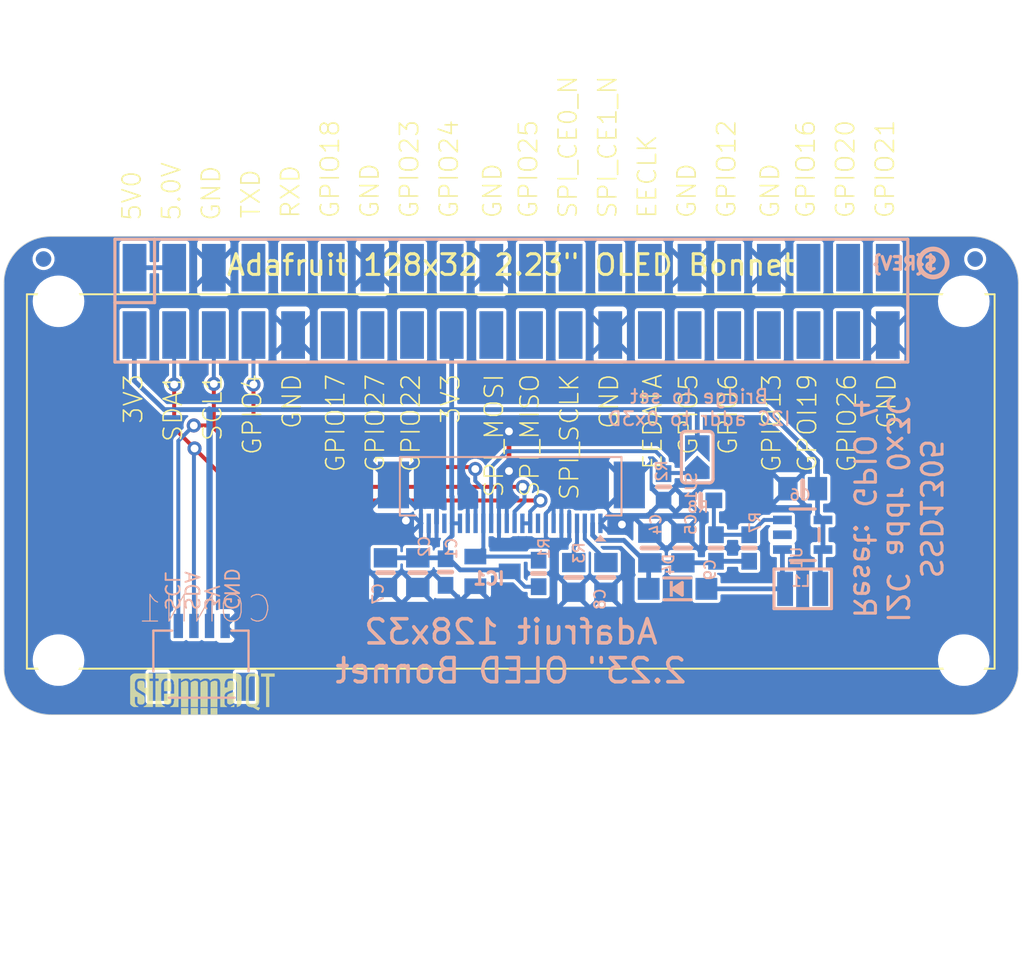
<source format=kicad_pcb>
(kicad_pcb (version 20221018) (generator pcbnew)
  (layers (0 "F.Cu" signal) (31 "B.Cu" signal) (34 "B.Paste" user) (35 "F.Paste" user) (36 "B.SilkS" user "B.Silkscreen") (37 "F.SilkS" user "F.Silkscreen") (38 "B.Mask" user) (39 "F.Mask" user) (44 "Edge.Cuts" user))
  (net 0 "")
  (net 1 "SCL")
  (net 2 "SDA")
  (net 3 "GND")
  (net 4 "RST")
  (net 5 "3.3V")
  (net 6 "5.0V")
  (net 7 "N$12")
  (net 8 "N$5")
  (net 9 "N$8")
  (net 10 "12V")
  (net 11 "N$2")
  (net 12 "SA0")
  (footprint "working:PI_BONNET_SMT" (layer "F.Cu") (at 116.0011 120.3338)
    (fp_text reference "RPI1" hide)
    (fp_text value "RASPBERRYPI_BPLUS_BONNETSMT" hide)
    (fp_text user "SDA1" (at 10.1476 -21.9334 90) (layer "F.SilkS") (effects (font (size 1.1684 1.1684) (thickness 0.1016)) (justify right top)))
    (fp_text user "3V3" (at 7.6076 -21.9334 90) (layer "F.SilkS") (effects (font (size 1.1684 1.1684) (thickness 0.1016)) (justify right top)))
    (fp_text user "GND" (at 49.7716 -31.7378 90) (layer "F.SilkS") (effects (font (size 1.1684 1.1684) (thickness 0.1016)) (justify left bottom)))
    (fp_text user "GPIO6" (at 45.7076 -21.9334 90) (layer "F.SilkS") (effects (font (size 1.1684 1.1684) (thickness 0.1016)) (justify right top)))
    (fp_text user "GND" (at 55.8676 -21.9334 90) (layer "F.SilkS") (effects (font (size 1.1684 1.1684) (thickness 0.1016)) (justify right top)))
    (fp_text user "GPIO25" (at 34.2776 -31.7378 90) (layer "F.SilkS") (effects (font (size 1.1684 1.1684) (thickness 0.1016)) (justify left bottom)))
    (fp_text user "SPI_CE0_N" (at 36.8176 -31.7378 90) (layer "F.SilkS") (effects (font (size 1.1684 1.1684) (thickness 0.1016)) (justify left bottom)))
    (fp_text user "RXD" (at 19.0376 -31.7378 90) (layer "F.SilkS") (effects (font (size 1.1684 1.1684) (thickness 0.1016)) (justify left bottom)))
    (fp_text user "GND" (at 17.7676 -21.9334 90) (layer "F.SilkS") (effects (font (size 1.1684 1.1684) (thickness 0.1016)) (justify right top)))
    (fp_text user "GPIO16" (at 52.0576 -31.7378 90) (layer "F.SilkS") (effects (font (size 1.1684 1.1684) (thickness 0.1016)) (justify left bottom)))
    (fp_text user "GPIO17" (at 20.5616 -21.9334 90) (layer "F.SilkS") (effects (font (size 1.1684 1.1684) (thickness 0.1016)) (justify right top)))
    (fp_text user "GPIO4" (at 15.2276 -21.9334 90) (layer "F.SilkS") (effects (font (size 1.1684 1.1684) (thickness 0.1016)) (justify right top)))
    (fp_text user "SPI_SCLK" (at 35.5476 -21.9334 90) (layer "F.SilkS") (effects (font (size 1.1684 1.1684) (thickness 0.1016)) (justify right top)))
    (fp_text user "GPIO26" (at 53.3276 -21.9334 90) (layer "F.SilkS") (effects (font (size 1.1684 1.1684) (thickness 0.1016)) (justify right top)))
    (fp_text user "GPIO21" (at 57.1376 -31.7378 90) (layer "F.SilkS") (effects (font (size 1.1684 1.1684) (thickness 0.1016)) (justify left bottom)))
    (fp_text user "GPIO27" (at 23.1016 -21.9334 90) (layer "F.SilkS") (effects (font (size 1.1684 1.1684) (thickness 0.1016)) (justify right top)))
    (fp_text user "GPIO18" (at 21.5776 -31.7378 90) (layer "F.SilkS") (effects (font (size 1.1684 1.1684) (thickness 0.1016)) (justify left bottom)))
    (fp_text user "SPI_MISO" (at 33.0076 -21.9334 90) (layer "F.SilkS") (effects (font (size 1.1684 1.1684) (thickness 0.1016)) (justify right top)))
    (fp_text user "GPIO24" (at 29.1976 -31.7378 90) (layer "F.SilkS") (effects (font (size 1.1684 1.1684) (thickness 0.1016)) (justify left bottom)))
    (fp_text user "GND" (at 38.0876 -21.9334 90) (layer "F.SilkS") (effects (font (size 1.1684 1.1684) (thickness 0.1016)) (justify right top)))
    (fp_text user "GND" (at 31.9916 -31.7378 90) (layer "F.SilkS") (effects (font (size 1.1684 1.1684) (thickness 0.1016)) (justify left bottom)))
    (fp_text user "GPIO12" (at 46.9776 -31.7378 90) (layer "F.SilkS") (effects (font (size 1.1684 1.1684) (thickness 0.1016)) (justify left bottom)))
    (fp_text user "5.0V" (at 11.4176 -31.5854 90) (layer "F.SilkS") (effects (font (size 1.1684 1.1684) (thickness 0.1016)) (justify left bottom)))
    (fp_text user "EEDATA" (at 40.8816 -21.9334 90) (layer "F.SilkS") (effects (font (size 1.1684 1.1684) (thickness 0.1016)) (justify right top)))
    (fp_text user "GPOI19" (at 50.7876 -21.9334 90) (layer "F.SilkS") (effects (font (size 1.1684 1.1684) (thickness 0.1016)) (justify right top)))
    (fp_text user "GPIO20" (at 54.5976 -31.7378 90) (layer "F.SilkS") (effects (font (size 1.1684 1.1684) (thickness 0.1016)) (justify left bottom)))
    (fp_text user "EECLK" (at 41.8976 -31.7378 90) (layer "F.SilkS") (effects (font (size 1.1684 1.1684) (thickness 0.1016)) (justify left bottom)))
    (fp_text user "SCL1" (at 12.6876 -21.9334 90) (layer "F.SilkS") (effects (font (size 1.1684 1.1684) (thickness 0.1016)) (justify right top)))
    (fp_text user "GPIO23" (at 26.6576 -31.7378 90) (layer "F.SilkS") (effects (font (size 1.1684 1.1684) (thickness 0.1016)) (justify left bottom)))
    (fp_text user "GPIO13" (at 48.5016 -21.9334 90) (layer "F.SilkS") (effects (font (size 1.1684 1.1684) (thickness 0.1016)) (justify right top)))
    (fp_text user "GND" (at 13.9576 -31.5854 90) (layer "F.SilkS") (effects (font (size 1.1684 1.1684) (thickness 0.1016)) (justify left bottom)))
    (fp_text user "GND" (at 44.4376 -31.7378 90) (layer "F.SilkS") (effects (font (size 1.1684 1.1684) (thickness 0.1016)) (justify left bottom)))
    (fp_text user "SPI_CE1_N" (at 39.3576 -31.7378 90) (layer "F.SilkS") (effects (font (size 1.1684 1.1684) (thickness 0.1016)) (justify left bottom)))
    (fp_text user "5V0" (at 8.8776 -31.5854 90) (layer "F.SilkS") (effects (font (size 1.1684 1.1684) (thickness 0.1016)) (justify left bottom)))
    (fp_text user "TXD" (at 16.4976 -31.7378 90) (layer "F.SilkS") (effects (font (size 1.1684 1.1684) (thickness 0.1016)) (justify left bottom)))
    (fp_text user "3V3" (at 27.9276 -21.9334 90) (layer "F.SilkS") (effects (font (size 1.1684 1.1684) (thickness 0.1016)) (justify right top)))
    (fp_text user "GPIO22" (at 25.3876 -21.9334 90) (layer "F.SilkS") (effects (font (size 1.1684 1.1684) (thickness 0.1016)) (justify right top)))
    (fp_text user "SPI_MOSI" (at 30.7216 -21.9334 90) (layer "F.SilkS") (effects (font (size 1.1684 1.1684) (thickness 0.1016)) (justify right top)))
    (fp_text user "GND" (at 24.1176 -31.7378 90) (layer "F.SilkS") (effects (font (size 1.1684 1.1684) (thickness 0.1016)) (justify left bottom)))
    (fp_text user "GPIO5" (at 43.1676 -21.9334 90) (layer "F.SilkS") (effects (font (size 1.1684 1.1684) (thickness 0.1016)) (justify right top)))
    (fp_line (start 0 -27.6604) (end 0 -3) (stroke (width 0.05)) (layer "Edge.Cuts"))
    (fp_line (start 3 0) (end 62 0) (stroke (width 0.05)) (layer "Edge.Cuts"))
    (fp_line (start 62 -30.6604) (end 3 -30.6604) (stroke (width 0.05)) (layer "Edge.Cuts"))
    (fp_line (start 65 -3) (end 65 -27.6604) (stroke (width 0.05)) (layer "Edge.Cuts"))
    (fp_arc (start 0 -27.6604) (mid 0.87868 -29.78172) (end 3 -30.6604) (stroke (width 0.05)) (layer "Edge.Cuts"))
    (fp_arc (start 3 0) (mid 0.87868 -0.87868) (end 0 -3) (stroke (width 0.05)) (layer "Edge.Cuts"))
    (fp_arc (start 62 -30.6604) (mid 64.12132 -29.78172) (end 65 -27.6604) (stroke (width 0.05)) (layer "Edge.Cuts"))
    (fp_arc (start 65 -3) (mid 64.12132 -0.87868) (end 62 0) (stroke (width 0.05)) (layer "Edge.Cuts"))
    (pad "" np_thru_hole circle (at 3.5 -26.5) (size 2.8 2.8) (drill 2.8) (layers "*.Cu" "*.Mask"))
    (pad "" np_thru_hole circle (at 3.5 -3.5) (size 2.8 2.8) (drill 2.8) (layers "*.Cu" "*.Mask"))
    (pad "" np_thru_hole circle (at 61.5 -26.5) (size 2.8 2.8) (drill 2.8) (layers "*.Cu" "*.Mask"))
    (pad "" np_thru_hole circle (at 61.5 -3.5) (size 2.8 2.8) (drill 2.8) (layers "*.Cu" "*.Mask"))
    (pad "1" smd rect (at 8.3696 -24.3394 270) (size 3.048 1.524) (layers "B.Cu" "B.Paste" "B.Mask") (net 5 "3.3V"))
    (pad "2" smd rect (at 8.3696 -28.6574 270) (size 3.048 1.524) (layers "B.Cu" "B.Paste" "B.Mask") (net 6 "5.0V"))
    (pad "3" smd rect (at 10.9096 -24.3394 90) (size 3.048 1.524) (layers "B.Cu" "B.Paste" "B.Mask") (net 2 "SDA"))
    (pad "4" smd rect (at 10.9096 -28.6574 270) (size 3.048 1.524) (layers "B.Cu" "B.Paste" "B.Mask") (net 6 "5.0V"))
    (pad "5" smd rect (at 13.4496 -24.3394 90) (size 3.048 1.524) (layers "B.Cu" "B.Paste" "B.Mask") (net 1 "SCL"))
    (pad "6" smd rect (at 13.4496 -28.6574 270) (size 3.048 1.524) (layers "B.Cu" "B.Paste" "B.Mask") (net 3 "GND"))
    (pad "7" smd rect (at 15.9896 -24.3394 90) (size 3.048 1.524) (layers "B.Cu" "B.Paste" "B.Mask") (net 4 "RST"))
    (pad "8" smd rect (at 15.9896 -28.6574 270) (size 3.048 1.524) (layers "B.Cu" "B.Paste" "B.Mask"))
    (pad "9" smd rect (at 18.5296 -24.3394 90) (size 3.048 1.524) (layers "B.Cu" "B.Paste" "B.Mask") (net 3 "GND"))
    (pad "10" smd rect (at 18.5296 -28.6574 270) (size 3.048 1.524) (layers "B.Cu" "B.Paste" "B.Mask"))
    (pad "11" smd rect (at 21.0696 -24.3394 90) (size 3.048 1.524) (layers "B.Cu" "B.Paste" "B.Mask"))
    (pad "12" smd rect (at 21.0696 -28.6574 270) (size 3.048 1.524) (layers "B.Cu" "B.Paste" "B.Mask"))
    (pad "13" smd rect (at 23.6096 -24.3394 90) (size 3.048 1.524) (layers "B.Cu" "B.Paste" "B.Mask"))
    (pad "14" smd rect (at 23.6096 -28.6574 270) (size 3.048 1.524) (layers "B.Cu" "B.Paste" "B.Mask") (net 3 "GND"))
    (pad "15" smd rect (at 26.1496 -24.3394 90) (size 3.048 1.524) (layers "B.Cu" "B.Paste" "B.Mask"))
    (pad "16" smd rect (at 26.1496 -28.6574 270) (size 3.048 1.524) (layers "B.Cu" "B.Paste" "B.Mask"))
    (pad "17" smd rect (at 28.6896 -24.3394 90) (size 3.048 1.524) (layers "B.Cu" "B.Paste" "B.Mask") (net 5 "3.3V"))
    (pad "18" smd rect (at 28.6896 -28.6574 270) (size 3.048 1.524) (layers "B.Cu" "B.Paste" "B.Mask"))
    (pad "19" smd rect (at 31.2296 -24.3394 90) (size 3.048 1.524) (layers "B.Cu" "B.Paste" "B.Mask"))
    (pad "20" smd rect (at 31.2296 -28.6574 270) (size 3.048 1.524) (layers "B.Cu" "B.Paste" "B.Mask") (net 3 "GND"))
    (pad "21" smd rect (at 33.7696 -24.3394 90) (size 3.048 1.524) (layers "B.Cu" "B.Paste" "B.Mask"))
    (pad "22" smd rect (at 33.7696 -28.6574 270) (size 3.048 1.524) (layers "B.Cu" "B.Paste" "B.Mask"))
    (pad "23" smd rect (at 36.3096 -24.3394 90) (size 3.048 1.524) (layers "B.Cu" "B.Paste" "B.Mask"))
    (pad "24" smd rect (at 36.3096 -28.6574 270) (size 3.048 1.524) (layers "B.Cu" "B.Paste" "B.Mask"))
    (pad "25" smd rect (at 38.8496 -24.3394 90) (size 3.048 1.524) (layers "B.Cu" "B.Paste" "B.Mask") (net 3 "GND"))
    (pad "26" smd rect (at 38.8496 -28.6574 270) (size 3.048 1.524) (layers "B.Cu" "B.Paste" "B.Mask"))
    (pad "27" smd rect (at 41.3896 -24.3394 90) (size 3.048 1.524) (layers "B.Cu" "B.Paste" "B.Mask"))
    (pad "28" smd rect (at 41.3896 -28.6574 270) (size 3.048 1.524) (layers "B.Cu" "B.Paste" "B.Mask"))
    (pad "29" smd rect (at 43.9296 -24.3394 90) (size 3.048 1.524) (layers "B.Cu" "B.Paste" "B.Mask"))
    (pad "30" smd rect (at 43.9296 -28.6574 270) (size 3.048 1.524) (layers "B.Cu" "B.Paste" "B.Mask") (net 3 "GND"))
    (pad "31" smd rect (at 46.4696 -24.3394 90) (size 3.048 1.524) (layers "B.Cu" "B.Paste" "B.Mask"))
    (pad "32" smd rect (at 46.4696 -28.6574 270) (size 3.048 1.524) (layers "B.Cu" "B.Paste" "B.Mask"))
    (pad "33" smd rect (at 49.0096 -24.3394 90) (size 3.048 1.524) (layers "B.Cu" "B.Paste" "B.Mask"))
    (pad "34" smd rect (at 49.0096 -28.6574 270) (size 3.048 1.524) (layers "B.Cu" "B.Paste" "B.Mask") (net 3 "GND"))
    (pad "35" smd rect (at 51.5496 -24.3394 90) (size 3.048 1.524) (layers "B.Cu" "B.Paste" "B.Mask"))
    (pad "36" smd rect (at 51.5496 -28.6574 270) (size 3.048 1.524) (layers "B.Cu" "B.Paste" "B.Mask"))
    (pad "37" smd rect (at 54.0896 -24.3394 90) (size 3.048 1.524) (layers "B.Cu" "B.Paste" "B.Mask"))
    (pad "38" smd rect (at 54.0896 -28.6574 270) (size 3.048 1.524) (layers "B.Cu" "B.Paste" "B.Mask"))
    (pad "39" smd rect (at 56.6296 -24.3394 90) (size 3.048 1.524) (layers "B.Cu" "B.Paste" "B.Mask") (net 3 "GND"))
    (pad "40" smd rect (at 56.6296 -28.6574 270) (size 3.048 1.524) (layers "B.Cu" "B.Paste" "B.Mask"))
    (pad "41" smd roundrect (at 2.54 -29.21 180) (size 1 1) (layers "B.Cu" "B.Mask") (roundrect_rratio 0.5))
    (pad "42" smd roundrect (at 62.23 -29.21 180) (size 1 1) (layers "B.Cu" "B.Mask") (roundrect_rratio 0.5))
  )
  (footprint "working:STEMMAQT" (layer "F.Cu") (at 124.1037 120.3338)
    (fp_text reference "U$11" hide)
    (fp_text value "" hide)
  )
  (footprint "working:2.23OLED_BOTTOM_CONTACT" (layer "F.Cu") (at 148.4757 105.5818)
    (fp_text reference "U$33" hide)
    (fp_text value "2.23_INCH_OLEDBOTTOM_CONTACT_24_PIN_OLED")
    (pad "1" smd rect (at -5.755 2.484 180) (size 0.275 1.25) (layers "B.Cu" "B.Paste" "B.Mask") (net 3 "GND"))
    (pad "2" smd rect (at -5.255 2.484 180) (size 0.275 1.25) (layers "B.Cu" "B.Paste" "B.Mask") (net 3 "GND"))
    (pad "3" smd rect (at -4.755 2.484 180) (size 0.275 1.25) (layers "B.Cu" "B.Paste" "B.Mask") (net 3 "GND"))
    (pad "4" smd rect (at -4.255 2.484 180) (size 0.275 1.25) (layers "B.Cu" "B.Paste" "B.Mask"))
    (pad "5" smd rect (at -3.755 2.484 180) (size 0.275 1.25) (layers "B.Cu" "B.Paste" "B.Mask") (net 5 "3.3V"))
    (pad "6" smd rect (at -3.255 2.484 180) (size 0.275 1.25) (layers "B.Cu" "B.Paste" "B.Mask") (net 5 "3.3V"))
    (pad "7" smd rect (at -2.755 2.484 180) (size 0.275 1.25) (layers "B.Cu" "B.Paste" "B.Mask") (net 3 "GND"))
    (pad "8" smd rect (at -2.255 2.484 180) (size 0.275 1.25) (layers "B.Cu" "B.Paste" "B.Mask") (net 3 "GND"))
    (pad "9" smd rect (at -1.755 2.484 180) (size 0.275 1.25) (layers "B.Cu" "B.Paste" "B.Mask") (net 4 "RST"))
    (pad "10" smd rect (at -1.255 2.484 180) (size 0.275 1.25) (layers "B.Cu" "B.Paste" "B.Mask") (net 12 "SA0"))
    (pad "11" smd rect (at -0.755 2.484 180) (size 0.275 1.25) (layers "B.Cu" "B.Paste" "B.Mask") (net 3 "GND"))
    (pad "12" smd rect (at -0.255 2.484 180) (size 0.275 1.25) (layers "B.Cu" "B.Paste" "B.Mask") (net 3 "GND"))
    (pad "13" smd rect (at 0.245 2.484 180) (size 0.275 1.25) (layers "B.Cu" "B.Paste" "B.Mask") (net 1 "SCL"))
    (pad "14" smd rect (at 0.745 2.484 180) (size 0.275 1.25) (layers "B.Cu" "B.Paste" "B.Mask") (net 2 "SDA"))
    (pad "15" smd rect (at 1.245 2.484 180) (size 0.275 1.25) (layers "B.Cu" "B.Paste" "B.Mask") (net 2 "SDA"))
    (pad "16" smd rect (at 1.745 2.484 180) (size 0.275 1.25) (layers "B.Cu" "B.Paste" "B.Mask") (net 3 "GND"))
    (pad "17" smd rect (at 2.245 2.484 180) (size 0.275 1.25) (layers "B.Cu" "B.Paste" "B.Mask") (net 3 "GND"))
    (pad "18" smd rect (at 2.745 2.484 180) (size 0.275 1.25) (layers "B.Cu" "B.Paste" "B.Mask") (net 3 "GND"))
    (pad "19" smd rect (at 3.245 2.484 180) (size 0.275 1.25) (layers "B.Cu" "B.Paste" "B.Mask") (net 3 "GND"))
    (pad "20" smd rect (at 3.745 2.484 180) (size 0.275 1.25) (layers "B.Cu" "B.Paste" "B.Mask") (net 3 "GND"))
    (pad "21" smd rect (at 4.245 2.484 180) (size 0.275 1.25) (layers "B.Cu" "B.Paste" "B.Mask") (net 11 "N$2"))
    (pad "22" smd rect (at 4.745 2.484 180) (size 0.275 1.25) (layers "B.Cu" "B.Paste" "B.Mask") (net 7 "N$12"))
    (pad "23" smd rect (at 5.245 2.484 180) (size 0.275 1.25) (layers "B.Cu" "B.Paste" "B.Mask") (net 10 "12V"))
    (pad "24" smd rect (at 5.745 2.484 180) (size 0.275 1.25) (layers "B.Cu" "B.Paste" "B.Mask") (net 3 "GND"))
    (pad "SPRT1" smd rect (at 7.595 0.024 270) (size 3 2) (layers "B.Cu" "B.Paste" "B.Mask") (net 3 "GND"))
    (pad "SPRT2" smd rect (at -7.515 0.024 270) (size 3 2) (layers "B.Cu" "B.Paste" "B.Mask") (net 3 "GND"))
  )
  (footprint "working:0603-NO" (layer "B.Cu") (at 161.625968 109.6475 90)
    (fp_text reference "C9" (at -0.635 -0.381 90) (layer "B.SilkS") (effects (font (size 0.692831 0.692831) (thickness 0.119969)) (justify left mirror)))
    (fp_text value "0.1uF")
    (pad "1" smd rect (at -0.85 0 90) (size 1.075 1) (layers "B.Cu" "B.Paste" "B.Mask") (net 10 "12V"))
    (pad "2" smd rect (at 0.85 0 90) (size 1.075 1) (layers "B.Cu" "B.Paste" "B.Mask") (net 9 "N$8"))
  )
  (footprint "working:0805-NO" (layer "B.Cu") (at 154.5737 111.5328 90)
    (fp_text reference "C8" (at -0.635 -0.381 90) (layer "B.SilkS") (effects (font (size 0.692831 0.692831) (thickness 0.119969)) (justify left mirror)))
    (fp_text value "10uF")
    (pad "1" smd rect (at -0.95 0 90) (size 1.24 1.5) (layers "B.Cu" "B.Paste" "B.Mask") (net 3 "GND"))
    (pad "2" smd rect (at 0.95 0 90) (size 1.24 1.5) (layers "B.Cu" "B.Paste" "B.Mask") (net 7 "N$12"))
  )
  (footprint "working:0805-NO" (layer "B.Cu") (at 142.5187 111.2278 -90)
    (fp_text reference "C2" (at -0.927 -0.419 -270) (layer "B.SilkS") (effects (font (size 0.692831 0.692831) (thickness 0.119969)) (justify right mirror)))
    (fp_text value "10uF")
    (pad "1" smd rect (at -0.95 0 270) (size 1.24 1.5) (layers "B.Cu" "B.Paste" "B.Mask") (net 5 "3.3V"))
    (pad "2" smd rect (at 0.95 0 270) (size 1.24 1.5) (layers "B.Cu" "B.Paste" "B.Mask") (net 3 "GND"))
  )
  (footprint "working:0603-NO" (layer "B.Cu") (at 158.2667 105.7288 90)
    (fp_text reference "R2" (at 1.778 -0.127 90) (layer "B.SilkS") (effects (font (size 0.692831 0.692831) (thickness 0.119969)) (justify left mirror)))
    (fp_text value "10K")
    (pad "1" smd rect (at -0.85 0 90) (size 1.075 1) (layers "B.Cu" "B.Paste" "B.Mask") (net 3 "GND"))
    (pad "2" smd rect (at 0.85 0 90) (size 1.075 1) (layers "B.Cu" "B.Paste" "B.Mask") (net 12 "SA0"))
  )
  (footprint "working:0805-NO" (layer "B.Cu") (at 152.5116 111.5328 90)
    (fp_text reference "R3" (at 0.813 0.3342 90) (layer "B.SilkS") (effects (font (size 0.692831 0.692831) (thickness 0.119969)) (justify right mirror)))
    (fp_text value "910K")
    (pad "1" smd rect (at -0.95 0 90) (size 1.24 1.5) (layers "B.Cu" "B.Paste" "B.Mask") (net 3 "GND"))
    (pad "2" smd rect (at 0.95 0 90) (size 1.24 1.5) (layers "B.Cu" "B.Paste" "B.Mask") (net 11 "N$2"))
  )
  (footprint "working:SOT23" (layer "B.Cu") (at 147.3067 111.1464 90)
    (fp_text reference "IC1" (at -0.4624 0.8836 180) (layer "B.SilkS") (effects (font (size 0.805688 0.805688) (thickness 0.210312)) (justify left mirror)))
    (fp_text value "APX803S-29SA")
    (pad "1" smd rect (at -0.95 -1.1 90) (size 1 1.4) (layers "B.Cu" "B.Paste" "B.Mask") (net 3 "GND"))
    (pad "2" smd rect (at 0.95 -1.1 90) (size 1 1.4) (layers "B.Cu" "B.Paste" "B.Mask") (net 4 "RST"))
    (pad "3" smd rect (at 0 1.1 90) (size 1 1.4) (layers "B.Cu" "B.Paste" "B.Mask") (net 5 "3.3V"))
  )
  (footprint "working:0603-NO" (layer "B.Cu") (at 150.2612 111.2788 -90)
    (fp_text reference "R1" (at -0.851 -0.343 -270) (layer "B.SilkS") (effects (font (size 0.692831 0.692831) (thickness 0.119969)) (justify right mirror)))
    (fp_text value "10K")
    (pad "1" smd rect (at -0.85 0 270) (size 1.075 1) (layers "B.Cu" "B.Paste" "B.Mask") (net 4 "RST"))
    (pad "2" smd rect (at 0.85 0 270) (size 1.075 1) (layers "B.Cu" "B.Paste" "B.Mask") (net 5 "3.3V"))
  )
  (footprint "working:0603-NO" (layer "B.Cu") (at 160.6387 106.5938)
    (fp_text reference "R8" (at 0.59 0.429) (layer "B.SilkS") (effects (font (size 0.692831 0.692831) (thickness 0.119969)) (justify left mirror)))
    (fp_text value "10K")
    (pad "1" smd rect (at -0.85 0) (size 1.075 1) (layers "B.Cu" "B.Paste" "B.Mask") (net 3 "GND"))
    (pad "2" smd rect (at 0.85 0) (size 1.075 1) (layers "B.Cu" "B.Paste" "B.Mask") (net 9 "N$8"))
  )
  (footprint "working:JST_SH4" (layer "B.Cu") (at 128.6757 117.1588 180)
    (fp_text reference "CONN1" (at -4.6 3.614) (layer "B.SilkS") (effects (font (size 1.703222 1.703222) (thickness 0.074778)) (justify left mirror)))
    (fp_text value "STEMMA_I2C_QT" hide)
    (pad "1" smd rect (at -1.5 2.514 90) (size 1.55 0.6) (layers "B.Cu" "B.Paste" "B.Mask") (net 3 "GND"))
    (pad "2" smd rect (at -0.5 2.514 90) (size 1.55 0.6) (layers "B.Cu" "B.Paste" "B.Mask") (net 5 "3.3V"))
    (pad "3" smd rect (at 0.5 2.514 90) (size 1.55 0.6) (layers "B.Cu" "B.Paste" "B.Mask") (net 2 "SDA"))
    (pad "4" smd rect (at 1.5 2.514 90) (size 1.55 0.6) (layers "B.Cu" "B.Paste" "B.Mask") (net 1 "SCL"))
    (pad "MT1" smd rect (at -2.8 -1.386 90) (size 1.8 1.2) (layers "B.Cu" "B.Paste" "B.Mask"))
    (pad "MT2" smd rect (at 2.8 -1.386 90) (size 1.8 1.2) (layers "B.Cu" "B.Paste" "B.Mask"))
  )
  (footprint "working:0603-NO" (layer "B.Cu") (at 144.2967 111.1898 -90)
    (fp_text reference "C1" (at -0.762 -0.381 -270) (layer "B.SilkS") (effects (font (size 0.692831 0.692831) (thickness 0.119969)) (justify right mirror)))
    (fp_text value "0.1uF")
    (pad "1" smd rect (at -0.85 0 270) (size 1.075 1) (layers "B.Cu" "B.Paste" "B.Mask") (net 5 "3.3V"))
    (pad "2" smd rect (at 0.85 0 270) (size 1.075 1) (layers "B.Cu" "B.Paste" "B.Mask") (net 3 "GND"))
  )
  (footprint "working:SOD-123" (layer "B.Cu") (at 159.1607 112.2648)
    (fp_text reference "D4" (at -0.572 -0.816 -90) (layer "B.SilkS") (effects (font (size 0.692831 0.692831) (thickness 0.119969)) (justify right mirror)))
    (fp_text value "MBR120")
    (pad "A" smd rect (at 1.85 0 270) (size 1.4 1.4) (layers "B.Cu" "B.Paste" "B.Mask") (net 8 "N$5"))
    (pad "C" smd rect (at -1.85 0 270) (size 1.4 1.4) (layers "B.Cu" "B.Paste" "B.Mask") (net 10 "12V"))
  )
  (footprint "working:SOLDERJUMPER_ARROW_NOPASTE" (layer "B.Cu") (at 160.4257 103.8238 90)
    (fp_text reference "SJ1" (at -0.889 -0.381 90) (layer "B.SilkS") (effects (font (size 0.692831 0.692831) (thickness 0.119969)) (justify left mirror)))
    (fp_text value "")
    (fp_poly (pts (xy 0.106121 -0.002663) (xy -0.679416 -0.7882) (xy -1.3946 -0.7882) (xy -1.3946 0.7882) (xy -0.62715 0.7882)) (fill solid) (layer "B.Cu"))
    (fp_poly (pts (xy 1.3946 -0.7882) (xy -0.315893 -0.7882) (xy 0.443148 0) (xy -0.315893 0.7882) (xy 1.3946 0.7882)) (fill solid) (layer "B.Cu"))
    (pad "1" smd roundrect (at -1.016 0 90) (size 0.762 1.524) (layers "B.Cu") (net 12 "SA0"))
    (pad "2" smd roundrect (at 1.016 0 90) (size 0.762 1.524) (layers "B.Cu") (net 5 "3.3V"))
  )
  (footprint "working:0805-NO" (layer "B.Cu") (at 140.4477 111.2278 90)
    (fp_text reference "C7" (at -0.597 -0.47 90) (layer "B.SilkS") (effects (font (size 0.692831 0.692831) (thickness 0.119969)) (justify left mirror)))
    (fp_text value "2.2uF")
    (pad "1" smd rect (at -0.95 0 90) (size 1.24 1.5) (layers "B.Cu" "B.Paste" "B.Mask") (net 3 "GND"))
    (pad "2" smd rect (at 0.95 0 90) (size 1.24 1.5) (layers "B.Cu" "B.Paste" "B.Mask") (net 5 "3.3V"))
  )
  (footprint "working:0805-NO" (layer "B.Cu") (at 167.1797 105.8458)
    (fp_text reference "C6" (at 0.589 0.401) (layer "B.SilkS") (effects (font (size 0.692831 0.692831) (thickness 0.119969)) (justify left mirror)))
    (fp_text value "10uF")
    (pad "1" smd rect (at -0.95 0) (size 1.24 1.5) (layers "B.Cu" "B.Paste" "B.Mask") (net 3 "GND"))
    (pad "2" smd rect (at 0.95 0) (size 1.24 1.5) (layers "B.Cu" "B.Paste" "B.Mask") (net 5 "3.3V"))
  )
  (footprint "working:0805-NO" (layer "B.Cu") (at 159.504637 109.6475 -90)
    (fp_text reference "C5" (at -0.762 -0.508 -270) (layer "B.SilkS") (effects (font (size 0.692831 0.692831) (thickness 0.119969)) (justify right mirror)))
    (fp_text value "10uF")
    (pad "1" smd rect (at -0.95 0 270) (size 1.24 1.5) (layers "B.Cu" "B.Paste" "B.Mask") (net 3 "GND"))
    (pad "2" smd rect (at 0.95 0 270) (size 1.24 1.5) (layers "B.Cu" "B.Paste" "B.Mask") (net 10 "12V"))
  )
  (footprint "working:SOT23-5" (layer "B.Cu") (at 167.1797 108.7978 90)
    (fp_text reference "U1" (at -0.689 -0.381 90) (layer "B.SilkS") (effects (font (size 0.692831 0.692831) (thickness 0.119969)) (justify left mirror)))
    (fp_text value "FAN5331")
    (pad "1" smd rect (at -0.95 -1.3001 90) (size 0.55 1.2) (layers "B.Cu" "B.Paste" "B.Mask") (net 8 "N$5"))
    (pad "2" smd rect (at 0 -1.3001 90) (size 0.55 1.2) (layers "B.Cu" "B.Paste" "B.Mask") (net 3 "GND"))
    (pad "3" smd rect (at 0.95 -1.3001 90) (size 0.55 1.2) (layers "B.Cu" "B.Paste" "B.Mask") (net 9 "N$8"))
    (pad "4" smd rect (at 0.95 1.3001 90) (size 0.55 1.2) (layers "B.Cu" "B.Paste" "B.Mask") (net 5 "3.3V"))
    (pad "5" smd rect (at -0.95 1.3001 90) (size 0.55 1.2) (layers "B.Cu" "B.Paste" "B.Mask") (net 5 "3.3V"))
  )
  (footprint "working:0805-NO" (layer "B.Cu") (at 157.387706 109.6475 -90)
    (fp_text reference "C4" (at -0.762 -0.381 -270) (layer "B.SilkS") (effects (font (size 0.692831 0.692831) (thickness 0.119969)) (justify right mirror)))
    (fp_text value "10uF")
    (pad "1" smd rect (at -0.95 0 270) (size 1.24 1.5) (layers "B.Cu" "B.Paste" "B.Mask") (net 3 "GND"))
    (pad "2" smd rect (at 0.95 0 270) (size 1.24 1.5) (layers "B.Cu" "B.Paste" "B.Mask") (net 10 "12V"))
  )
  (footprint "working:0603-NO" (layer "B.Cu") (at 163.7517 109.6475 -90)
    (fp_text reference "R7" (at -0.889 -0.381 -270) (layer "B.SilkS") (effects (font (size 0.692831 0.692831) (thickness 0.119969)) (justify right mirror)))
    (fp_text value "100K")
    (pad "1" smd rect (at -0.85 0 270) (size 1.075 1) (layers "B.Cu" "B.Paste" "B.Mask") (net 9 "N$8"))
    (pad "2" smd rect (at 0.85 0 270) (size 1.075 1) (layers "B.Cu" "B.Paste" "B.Mask") (net 10 "12V"))
  )
  (footprint "working:INDUCTOR_1007" (layer "B.Cu") (at 167.1797 112.2648 180)
    (fp_text reference "L1" (at 0.808 0.499) (layer "B.SilkS") (effects (font (size 0.692831 0.692831) (thickness 0.119969)) (justify right mirror)))
    (fp_text value "10uH")
    (pad "P$1" smd rect (at -1.127 0 180) (size 1.016 2.2) (layers "B.Cu" "B.Paste" "B.Mask") (net 5 "3.3V"))
    (pad "P$2" smd rect (at 1.127 0 180) (size 1.016 2.2) (layers "B.Cu" "B.Paste" "B.Mask") (net 8 "N$5"))
  )
  (footprint "working:PCBFEAT-REV-040" (layer "B.Cu") (at 175.5387 91.3778 180)
    (fp_text reference "U$2" hide)
    (fp_text value "" hide)
    (fp_text user "${REV}" (at -0.3556 -0.508) (layer "B.SilkS") (effects (font (size 0.8128 0.8128) (thickness 0.2032)) (justify left bottom mirror)))
  )
  (gr_text "SCL" (at 126.7707 113.7298 -90) (layer "B.SilkS") (effects (font (size 0.89408 0.89408) (thickness 0.12192)) (justify left mirror)))
  (gr_text "SDA" (at 128.0407 113.7298 -90) (layer "B.SilkS") (effects (font (size 0.89408 0.89408) (thickness 0.12192)) (justify left mirror)))
  (gr_text "Bridge to set\nI2C addr to 0x3D" (at 160.5527 100.6488) (layer "B.SilkS") (effects (font (size 0.88392 0.88392) (thickness 0.13208)) (justify mirror)))
  (gr_text "3V" (at 129.3107 113.7298 -90) (layer "B.SilkS") (effects (font (size 0.89408 0.89408) (thickness 0.12192)) (justify left mirror)))
  (gr_text "SSD1305\nI2C addr 0x3C\nReset: GPIO 4" (at 173.2527 107.1258 -90) (layer "B.SilkS") (effects (font (size 1.32588 1.32588) (thickness 0.19812)) (justify mirror)))
  (gr_text "GND" (at 130.5807 113.7298 -90) (layer "B.SilkS") (effects (font (size 0.89408 0.89408) (thickness 0.12192)) (justify left mirror)))
  (gr_text "Adafruit 128x32\n2.23\" OLED Bonnet" (at 148.4877 116.2698) (layer "B.SilkS") (effects (font (size 1.54686 1.54686) (thickness 0.23114)) (justify mirror)))
  (gr_text "Adafruit 128x32 2.23\" OLED Bonnet" (at 148.4877 91.5048) (layer "F.SilkS") (effects (font (size 1.32588 1.32588) (thickness 0.19812))))
  (segment (start 129.2811 101.7918) (end 129.451265 101.961966) (width 0.254) (layer "F.Cu") (net 1))
  (segment (start 129.451265 101.961966) (end 129.450809 99.505916) (width 0.254) (layer "F.Cu") (net 1))
  (segment (start 133.2181 105.7288) (end 149.2497 105.7288) (width 0.254) (layer "F.Cu") (net 1))
  (segment (start 128.1677 101.7918) (end 129.2811 101.7918) (width 0.254) (layer "F.Cu") (net 1))
  (segment (start 129.450737 99.124844) (end 129.450737 99.505844) (width 0.254) (layer "F.Cu") (net 1))
  (segment (start 129.450809 99.505916) (end 129.450737 99.505844) (width 0.254) (layer "F.Cu") (net 1))
  (segment (start 133.2181 105.7288) (end 129.451265 101.961966) (width 0.254) (layer "F.Cu") (net 1))
  (via (at 149.2497 105.7288) (size 0.9064) (drill 0.5) (layers "F.Cu" "B.Cu") (net 1))
  (via (at 128.1677 101.7918) (size 0.9064) (drill 0.5) (layers "F.Cu" "B.Cu") (net 1))
  (via (at 129.450737 99.124844) (size 0.9064) (drill 0.5) (layers "F.Cu" "B.Cu") (net 1))
  (segment (start 129.4507 99.124807) (end 129.450737 99.124844) (width 0.254) (layer "B.Cu") (net 1))
  (segment (start 129.4507 95.9944) (end 129.4507 99.124807) (width 0.254) (layer "B.Cu") (net 1))
  (segment (start 127.1757 114.6448) (end 127.1757 102.7838) (width 0.254) (layer "B.Cu") (net 1))
  (segment (start 127.1757 102.7838) (end 128.1677 101.7918) (width 0.254) (layer "B.Cu") (net 1))
  (segment (start 149.2497 105.7288) (end 149.3557 105.8348) (width 0.254) (layer "B.Cu") (net 1))
  (segment (start 149.3557 106.6688) (end 148.7207 107.3038) (width 0.254) (layer "B.Cu") (net 1))
  (segment (start 149.3557 105.8348) (end 149.3557 106.6688) (width 0.254) (layer "B.Cu") (net 1))
  (segment (start 148.7207 107.3038) (end 148.7207 108.0658) (width 0.254) (layer "B.Cu") (net 1))
  (segment (start 131.550206 106.600907) (end 150.375806 106.600907) (width 0.254) (layer "F.Cu") (net 2))
  (segment (start 128.2164 103.2671) (end 126.911218 101.961919) (width 0.254) (layer "F.Cu") (net 2))
  (segment (start 131.550206 106.600907) (end 128.2164 103.2671) (width 0.254) (layer "F.Cu") (net 2))
  (segment (start 126.9107 99.1694) (end 126.911218 101.961919) (width 0.254) (layer "F.Cu") (net 2))
  (via (at 150.375806 106.600907) (size 0.9064) (drill 0.5) (layers "F.Cu" "B.Cu") (net 2))
  (via (at 126.9107 99.1694) (size 0.9064) (drill 0.5) (layers "F.Cu" "B.Cu") (net 2))
  (via (at 128.2164 103.2671) (size 0.9064) (drill 0.5) (layers "F.Cu" "B.Cu") (net 2))
  (segment (start 149.7207 107.3038) (end 149.7207 108.0658) (width 0.254) (layer "B.Cu") (net 2))
  (segment (start 150.375806 106.648694) (end 149.7207 107.3038) (width 0.254) (layer "B.Cu") (net 2))
  (segment (start 149.7207 108.0658) (end 149.2207 108.0658) (width 0.254) (layer "B.Cu") (net 2))
  (segment (start 128.1757 114.6448) (end 128.1757 103.3078) (width 0.254) (layer "B.Cu") (net 2))
  (segment (start 126.9107 95.9944) (end 126.9107 99.1694) (width 0.254) (layer "B.Cu") (net 2))
  (segment (start 128.1757 103.3078) (end 128.2164 103.2671) (width 0.254) (layer "B.Cu") (net 2))
  (segment (start 150.375806 106.600907) (end 150.375806 106.648694) (width 0.254) (layer "B.Cu") (net 2))
  (segment (start 148.3607 102.1728) (end 148.3607 104.7128) (width 0.3048) (layer "F.Cu") (net 3))
  (via (at 141.7567 107.8878) (size 0.9064) (drill 0.5) (layers "F.Cu" "B.Cu") (net 3))
  (via (at 148.3607 102.1728) (size 0.9064) (drill 0.5) (layers "F.Cu" "B.Cu") (net 3))
  (via (at 148.3607 104.7128) (size 0.9064) (drill 0.5) (layers "F.Cu" "B.Cu") (net 3))
  (via (at 155.5997 108.1418) (size 0.9064) (drill 0.5) (layers "F.Cu" "B.Cu") (net 3))
  (segment (start 152.2207 108.0658) (end 152.2207 107.3028) (width 0.254) (layer "B.Cu") (net 3))
  (segment (start 151.2207 108.0658) (end 151.2207 107.0648) (width 0.254) (layer "B.Cu") (net 3))
  (segment (start 148.2207 108.0658) (end 148.2207 107.1388) (width 0.254) (layer "B.Cu") (net 3))
  (segment (start 151.7207 107.0568) (end 151.6627 106.9988) (width 0.254) (layer "B.Cu") (net 3))
  (segment (start 145.7207 108.0658) (end 145.7207 107.1528) (width 0.254) (layer "B.Cu") (net 3))
  (segment (start 150.7207 108.951825) (end 150.9294 109.160525) (width 0.254) (layer "B.Cu") (net 3))
  (segment (start 147.7207 108.0658) (end 147.7207 107.1308) (width 0.254) (layer "B.Cu") (net 3))
  (segment (start 143.2207 108.0658) (end 143.2207 108.9638) (width 0.254) (layer "B.Cu") (net 3))
  (segment (start 147.9797 109.4118) (end 151.5357 109.4118) (width 0.254) (layer "B.Cu") (net 3))
  (segment (start 150.9294 109.160525) (end 150.9294 109.2848) (width 0.254) (layer "B.Cu") (net 3))
  (segment (start 147.7207 109.1528) (end 147.9797 109.4118) (width 0.254) (layer "B.Cu") (net 3))
  (segment (start 151.7207 109.2268) (end 151.7207 108.0658) (width 0.254) (layer "B.Cu") (net 3))
  (segment (start 151.5357 109.4118) (end 151.7207 109.2268) (width 0.254) (layer "B.Cu") (net 3))
  (segment (start 143.7207 108.0658) (end 143.7207 108.9718) (width 0.254) (layer "B.Cu") (net 3))
  (segment (start 151.7207 108.0658) (end 151.7207 107.0568) (width 0.254) (layer "B.Cu") (net 3))
  (segment (start 152.2207 108.0658) (end 152.2207 108.9538) (width 0.254) (layer "B.Cu") (net 3))
  (segment (start 147.7207 108.0658) (end 147.7207 109.1528) (width 0.254) (layer "B.Cu") (net 3))
  (segment (start 143.7207 108.0658) (end 143.7207 107.1938) (width 0.3048) (layer "B.Cu") (net 3))
  (segment (start 150.7207 108.0658) (end 150.7207 108.951825) (width 0.254) (layer "B.Cu") (net 3))
  (segment (start 150.7207 107.4328) (end 150.7207 108.0658) (width 0.254) (layer "B.Cu") (net 3))
  (segment (start 151.2207 107.0648) (end 151.1547 106.9988) (width 0.254) (layer "B.Cu") (net 3))
  (segment (start 151.1547 106.9988) (end 150.7207 107.4328) (width 0.254) (layer "B.Cu") (net 3))
  (segment (start 142.7207 108.0658) (end 142.7207 107.2008) (width 0.254) (layer "B.Cu") (net 3))
  (segment (start 146.2207 108.0658) (end 146.2207 107.1448) (width 0.254) (layer "B.Cu") (net 3))
  (segment (start 142.7207 108.0658) (end 142.7207 108.9558) (width 0.254) (layer "B.Cu") (net 3))
  (segment (start 131.991315 101.678416) (end 131.990781 99.169319) (width 0.254) (layer "F.Cu") (net 4))
  (segment (start 134.7717 104.4588) (end 146.0747 104.4588) (width 0.254) (layer "F.Cu") (net 4))
  (segment (start 134.7717 104.4588) (end 131.991315 101.678416) (width 0.254) (layer "F.Cu") (net 4))
  (segment (start 131.990781 99.169319) (end 131.9907 99.1694) (width 0.254) (layer "F.Cu") (net 4))
  (segment (start 146.0747 104.4588) (end 146.2017 104.5858) (width 0.254) (layer "F.Cu") (net 4))
  (via (at 146.2017 104.5858) (size 0.9064) (drill 0.5) (layers "F.Cu" "B.Cu") (net 4))
  (via (at 131.9907 99.1694) (size 0.9064) (drill 0.5) (layers "F.Cu" "B.Cu") (net 4))
  (segment (start 146.7207 109.6824) (end 146.2067 110.1964) (width 0.254) (layer "B.Cu") (net 4))
  (segment (start 146.7207 105.8668) (end 146.7207 108.0658) (width 0.254) (layer "B.Cu") (net 4))
  (segment (start 146.2017 104.5858) (end 146.2017 105.3478) (width 0.254) (layer "B.Cu") (net 4))
  (segment (start 131.9907 95.9944) (end 131.9907 99.1694) (width 0.254) (layer "B.Cu") (net 4))
  (segment (start 146.2067 110.1964) (end 150.0288 110.1964) (width 0.254) (layer "B.Cu") (net 4))
  (segment (start 146.2017 105.3478) (end 146.7207 105.8668) (width 0.254) (layer "B.Cu") (net 4))
  (segment (start 150.0288 110.1964) (end 150.2612 110.4288) (width 0.254) (layer "B.Cu") (net 4))
  (segment (start 146.7207 108.0658) (end 146.7207 109.6824) (width 0.254) (layer "B.Cu") (net 4))
  (segment (start 160.4257 100.7758) (end 144.6907 100.7758) (width 0.3048) (layer "B.Cu") (net 5))
  (segment (start 124.3577 96.0074) (end 124.3707 95.9944) (width 0.3048) (layer "B.Cu") (net 5))
  (segment (start 168.3067 112.2648) (end 168.3067 109.9209) (width 0.3048) (layer "B.Cu") (net 5))
  (segment (start 144.2347 110.2778) (end 142.5187 110.2778) (width 0.3048) (layer "B.Cu") (net 5))
  (segment (start 148.3123 111.052) (end 148.4067 111.1464) (width 0.3048) (layer "B.Cu") (net 5))
  (segment (start 129.1757 100.95605) (end 129.168971 100.7758) (width 0.4064) (layer "B.Cu") (net 5))
  (segment (start 144.2967 109.2848) (end 144.7207 108.8608) (width 0.3048) (layer "B.Cu") (net 5))
  (segment (start 144.520206 110.3398) (end 145.232406 111.052) (width 0.3048) (layer "B.Cu") (net 5))
  (segment (start 168.4798 107.8478) (end 168.1297 107.4977) (width 0.3048) (layer "B.Cu") (net 5))
  (segment (start 144.6907 95.9944) (end 144.6907 100.7758) (width 0.3048) (layer "B.Cu") (net 5))
  (segment (start 145.232406 111.052) (end 148.3123 111.052) (width 0.3048) (layer "B.Cu") (net 5))
  (segment (start 144.2967 110.3398) (end 144.520206 110.3398) (width 0.3048) (layer "B.Cu") (net 5))
  (segment (start 144.7207 108.8608) (end 144.7207 108.0658) (width 0.3048) (layer "B.Cu") (net 5))
  (segment (start 129.1757 114.6448) (end 129.1757 100.95605) (width 0.4064) (layer "B.Cu") (net 5))
  (segment (start 145.2207 108.0658) (end 144.7207 108.0658) (width 0.254) (layer "B.Cu") (net 5))
  (segment (start 124.3577 98.933441) (end 126.27479 100.7758) (width 0.3048) (layer "B.Cu") (net 5))
  (segment (start 142.5187 110.2778) (end 140.4477 110.2778) (width 0.3048) (layer "B.Cu") (net 5))
  (segment (start 148.4067 111.1464) (end 149.3891 112.1288) (width 0.254) (layer "B.Cu") (net 5))
  (segment (start 144.7207 106.362907) (end 144.7207 108.0658) (width 0.3048) (layer "B.Cu") (net 5))
  (segment (start 149.3891 112.1288) (end 150.2612 112.1288) (width 0.254) (layer "B.Cu") (net 5))
  (segment (start 168.1297 107.4977) (end 168.1297 105.8458) (width 0.3048) (layer "B.Cu") (net 5))
  (segment (start 164.8707 100.7758) (end 160.4257 100.7758) (width 0.3048) (layer "B.Cu") (net 5))
  (segment (start 168.4798 109.7478) (end 168.4798 107.8478) (width 0.3048) (layer "B.Cu") (net 5))
  (segment (start 164.8707 100.7758) (end 168.1297 104.0348) (width 0.3048) (layer "B.Cu") (net 5))
  (segment (start 168.3067 109.9209) (end 168.4798 109.7478) (width 0.3048) (layer "B.Cu") (net 5))
  (segment (start 144.6907 100.7758) (end 144.6907 106.332907) (width 0.3048) (layer "B.Cu") (net 5))
  (segment (start 144.6907 106.332907) (end 144.7207 106.362907) (width 0.3048) (layer "B.Cu") (net 5))
  (segment (start 144.2967 110.3398) (end 144.2347 110.2778) (width 0.3048) (layer "B.Cu") (net 5))
  (segment (start 144.2967 110.3398) (end 144.2967 109.2848) (width 0.3048) (layer "B.Cu") (net 5))
  (segment (start 129.168971 100.7758) (end 144.6907 100.7758) (width 0.3048) (layer "B.Cu") (net 5))
  (segment (start 160.4257 102.8078) (end 160.4257 100.7758) (width 0.3048) (layer "B.Cu") (net 5))
  (segment (start 168.1297 104.0348) (end 168.1297 105.8458) (width 0.3048) (layer "B.Cu") (net 5))
  (segment (start 126.27479 100.7758) (end 129.168971 100.7758) (width 0.3048) (layer "B.Cu") (net 5))
  (segment (start 124.3577 98.933441) (end 124.3577 96.0074) (width 0.3048) (layer "B.Cu") (net 5))
  (segment (start 124.3711 91.6768) (end 124.3707 91.6764) (width 0.3048) (layer "B.Cu") (net 6))
  (segment (start 126.9111 91.6768) (end 126.9107 91.6764) (width 0.3048) (layer "B.Cu") (net 6))
  (segment (start 124.3707 91.6764) (end 124.3711 91.6768) (width 0.3048) (layer "B.Cu") (net 6))
  (segment (start 126.9107 91.6764) (end 126.9111 91.6768) (width 0.3048) (layer "B.Cu") (net 6))
  (segment (start 126.9107 91.6764) (end 124.3707 91.6764) (width 0.3048) (layer "B.Cu") (net 6))
  (segment (start 153.2207 109.0648) (end 154.5737 110.4178) (width 0.254) (layer "B.Cu") (net 7))
  (segment (start 153.2207 108.0658) (end 153.2207 109.0648) (width 0.254) (layer "B.Cu") (net 7))
  (segment (start 154.5737 110.4178) (end 154.5737 110.5828) (width 0.254) (layer "B.Cu") (net 7))
  (segment (start 166.0527 112.2648) (end 165.8796 112.0917) (width 0.3048) (layer "B.Cu") (net 8))
  (segment (start 166.0527 112.2648) (end 161.0107 112.2648) (width 0.3048) (layer "B.Cu") (net 8))
  (segment (start 165.8796 112.0917) (end 165.8796 109.7478) (width 0.3048) (layer "B.Cu") (net 8))
  (segment (start 164.7014 107.8478) (end 165.8796 107.8478) (width 0.254) (layer "B.Cu") (net 9))
  (segment (start 161.625968 108.7975) (end 161.4887 108.660232) (width 0.254) (layer "B.Cu") (net 9))
  (segment (start 163.7517 108.7975) (end 164.7014 107.8478) (width 0.254) (layer "B.Cu") (net 9))
  (segment (start 163.7517 108.7975) (end 161.625968 108.7975) (width 0.254) (layer "B.Cu") (net 9))
  (segment (start 161.4887 108.660232) (end 161.4887 106.5938) (width 0.254) (layer "B.Cu") (net 9))
  (segment (start 157.387706 110.5975) (end 159.504637 110.5975) (width 0.3048) (layer "B.Cu") (net 10))
  (segment (start 157.1664 110.5975) (end 155.7267 109.1578) (width 0.3048) (layer "B.Cu") (net 10))
  (segment (start 154.047306 109.1578) (end 153.7207 108.831194) (width 0.3048) (layer "B.Cu") (net 10))
  (segment (start 157.387706 110.5975) (end 157.1664 110.5975) (width 0.3048) (layer "B.Cu") (net 10))
  (segment (start 159.504637 110.5975) (end 161.525968 110.5975) (width 0.3048) (layer "B.Cu") (net 10))
  (segment (start 153.7207 108.831194) (end 153.7207 108.0658) (width 0.3048) (layer "B.Cu") (net 10))
  (segment (start 161.625968 110.4975) (end 163.7517 110.4975) (width 0.3048) (layer "B.Cu") (net 10))
  (segment (start 157.3107 110.674507) (end 157.387706 110.5975) (width 0.3048) (layer "B.Cu") (net 10))
  (segment (start 155.7267 109.1578) (end 154.047306 109.1578) (width 0.3048) (layer "B.Cu") (net 10))
  (segment (start 161.525968 110.5975) (end 161.625968 110.4975) (width 0.3048) (layer "B.Cu") (net 10))
  (segment (start 157.3107 112.2648) (end 157.3107 110.674507) (width 0.3048) (layer "B.Cu") (net 10))
  (segment (start 152.7207 109.3698) (end 152.7207 108.0658) (width 0.254) (layer "B.Cu") (net 11))
  (segment (start 152.5116 109.5789) (end 152.7207 109.3698) (width 0.254) (layer "B.Cu") (net 11))
  (segment (start 152.5116 110.5828) (end 152.5116 109.5789) (width 0.254) (layer "B.Cu") (net 11))
  (segment (start 147.2207 108.0658) (end 147.2207 104.4558) (width 0.254) (layer "B.Cu") (net 12))
  (segment (start 158.2667 104.8398) (end 158.2667 104.8788) (width 0.254) (layer "B.Cu") (net 12))
  (segment (start 147.2207 104.4558) (end 148.2337 103.4428) (width 0.254) (layer "B.Cu") (net 12))
  (segment (start 148.2337 103.4428) (end 157.7587 103.4428) (width 0.254) (layer "B.Cu") (net 12))
  (segment (start 160.4257 104.8398) (end 158.2667 104.8398) (width 0.254) (layer "B.Cu") (net 12))
  (segment (start 158.2667 103.9508) (end 158.2667 104.8398) (width 0.254) (layer "B.Cu") (net 12))
  (segment (start 157.7587 103.4428) (end 158.2667 103.9508) (width 0.254) (layer "B.Cu") (net 12))
  (zone (net 3) (net_name "GND") (layer "B.Cu") (priority 6) (connect_pads (clearance 0.000001)) (min_thickness 0.127) (fill yes (thermal_gap 0.304) (thermal_bridge_width 0.304))
    (polygon (pts (xy 181.3807 120.4608) (xy 115.8487 120.4608) (xy 115.8487 89.5998) (xy 181.3807 89.5998)))
  )
)
</source>
